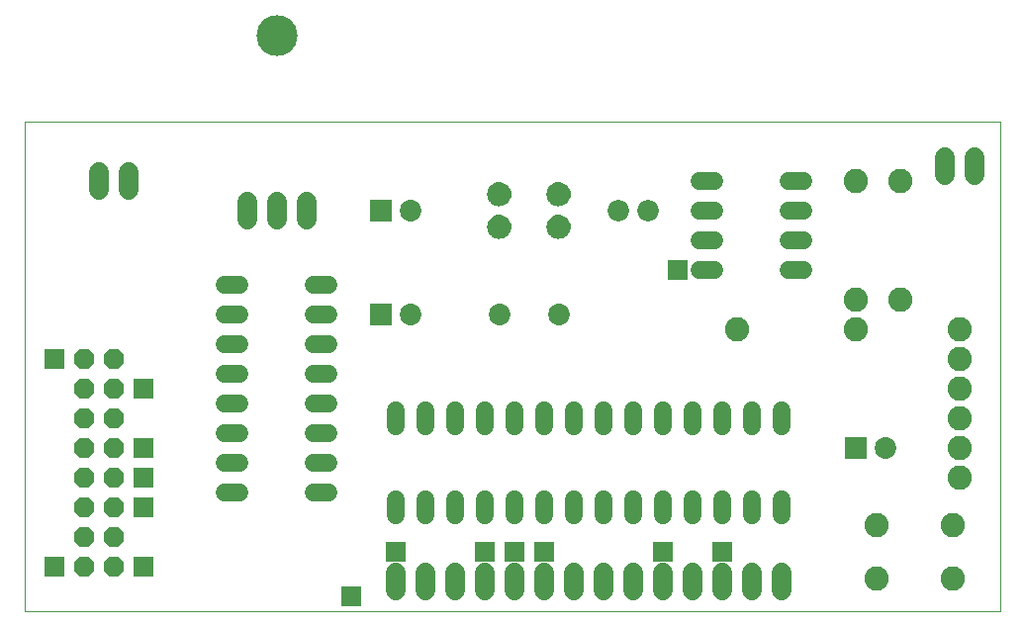
<source format=gbs>
G75*
%MOIN*%
%OFA0B0*%
%FSLAX24Y24*%
%IPPOS*%
%LPD*%
%AMOC8*
5,1,8,0,0,1.08239X$1,22.5*
%
%ADD10C,0.0000*%
%ADD11C,0.0600*%
%ADD12C,0.0730*%
%ADD13C,0.0728*%
%ADD14C,0.0721*%
%ADD15OC8,0.0680*%
%ADD16C,0.0680*%
%ADD17C,0.1380*%
%ADD18C,0.0050*%
%ADD19R,0.0730X0.0730*%
%ADD20C,0.0820*%
%ADD21R,0.0671X0.0671*%
D10*
X000100Y000267D02*
X000100Y016763D01*
X032970Y016763D01*
X032970Y000267D01*
X000100Y000267D01*
X007950Y019667D02*
X007952Y019717D01*
X007958Y019767D01*
X007968Y019817D01*
X007981Y019865D01*
X007998Y019913D01*
X008019Y019959D01*
X008043Y020003D01*
X008071Y020045D01*
X008102Y020085D01*
X008136Y020122D01*
X008173Y020157D01*
X008212Y020188D01*
X008253Y020217D01*
X008297Y020242D01*
X008343Y020264D01*
X008390Y020282D01*
X008438Y020296D01*
X008487Y020307D01*
X008537Y020314D01*
X008587Y020317D01*
X008638Y020316D01*
X008688Y020311D01*
X008738Y020302D01*
X008786Y020290D01*
X008834Y020273D01*
X008880Y020253D01*
X008925Y020230D01*
X008968Y020203D01*
X009008Y020173D01*
X009046Y020140D01*
X009081Y020104D01*
X009114Y020065D01*
X009143Y020024D01*
X009169Y019981D01*
X009192Y019936D01*
X009211Y019889D01*
X009226Y019841D01*
X009238Y019792D01*
X009246Y019742D01*
X009250Y019692D01*
X009250Y019642D01*
X009246Y019592D01*
X009238Y019542D01*
X009226Y019493D01*
X009211Y019445D01*
X009192Y019398D01*
X009169Y019353D01*
X009143Y019310D01*
X009114Y019269D01*
X009081Y019230D01*
X009046Y019194D01*
X009008Y019161D01*
X008968Y019131D01*
X008925Y019104D01*
X008880Y019081D01*
X008834Y019061D01*
X008786Y019044D01*
X008738Y019032D01*
X008688Y019023D01*
X008638Y019018D01*
X008587Y019017D01*
X008537Y019020D01*
X008487Y019027D01*
X008438Y019038D01*
X008390Y019052D01*
X008343Y019070D01*
X008297Y019092D01*
X008253Y019117D01*
X008212Y019146D01*
X008173Y019177D01*
X008136Y019212D01*
X008102Y019249D01*
X008071Y019289D01*
X008043Y019331D01*
X008019Y019375D01*
X007998Y019421D01*
X007981Y019469D01*
X007968Y019517D01*
X007958Y019567D01*
X007952Y019617D01*
X007950Y019667D01*
D11*
X007360Y011267D02*
X006840Y011267D01*
X006840Y010267D02*
X007360Y010267D01*
X007360Y009267D02*
X006840Y009267D01*
X006840Y008267D02*
X007360Y008267D01*
X007360Y007267D02*
X006840Y007267D01*
X006840Y006267D02*
X007360Y006267D01*
X007360Y005267D02*
X006840Y005267D01*
X006840Y004267D02*
X007360Y004267D01*
X009840Y004267D02*
X010360Y004267D01*
X010360Y005267D02*
X009840Y005267D01*
X009840Y006267D02*
X010360Y006267D01*
X010360Y007267D02*
X009840Y007267D01*
X009840Y008267D02*
X010360Y008267D01*
X010360Y009267D02*
X009840Y009267D01*
X009840Y010267D02*
X010360Y010267D01*
X010360Y011267D02*
X009840Y011267D01*
X012600Y007027D02*
X012600Y006507D01*
X013600Y006507D02*
X013600Y007027D01*
X014600Y007027D02*
X014600Y006507D01*
X015600Y006507D02*
X015600Y007027D01*
X016600Y007027D02*
X016600Y006507D01*
X017600Y006507D02*
X017600Y007027D01*
X018600Y007027D02*
X018600Y006507D01*
X019600Y006507D02*
X019600Y007027D01*
X020600Y007027D02*
X020600Y006507D01*
X021600Y006507D02*
X021600Y007027D01*
X022600Y007027D02*
X022600Y006507D01*
X023600Y006507D02*
X023600Y007027D01*
X024600Y007027D02*
X024600Y006507D01*
X025600Y006507D02*
X025600Y007027D01*
X025600Y004027D02*
X025600Y003507D01*
X024600Y003507D02*
X024600Y004027D01*
X023600Y004027D02*
X023600Y003507D01*
X022600Y003507D02*
X022600Y004027D01*
X021600Y004027D02*
X021600Y003507D01*
X020600Y003507D02*
X020600Y004027D01*
X019600Y004027D02*
X019600Y003507D01*
X018600Y003507D02*
X018600Y004027D01*
X017600Y004027D02*
X017600Y003507D01*
X016600Y003507D02*
X016600Y004027D01*
X015600Y004027D02*
X015600Y003507D01*
X014600Y003507D02*
X014600Y004027D01*
X013600Y004027D02*
X013600Y003507D01*
X012600Y003507D02*
X012600Y004027D01*
X022840Y011767D02*
X023360Y011767D01*
X023360Y012767D02*
X022840Y012767D01*
X022840Y013767D02*
X023360Y013767D01*
X023360Y014767D02*
X022840Y014767D01*
X025840Y014767D02*
X026360Y014767D01*
X026360Y013767D02*
X025840Y013767D01*
X025840Y012767D02*
X026360Y012767D01*
X026360Y011767D02*
X025840Y011767D01*
D12*
X018100Y010267D03*
X016100Y010267D03*
X013100Y010267D03*
X013100Y013767D03*
X029100Y005767D03*
D13*
X021100Y013767D03*
D14*
X020100Y013767D03*
D15*
X003100Y008767D03*
X002100Y008767D03*
X002100Y007767D03*
X003100Y007767D03*
X003100Y006767D03*
X002100Y006767D03*
X002100Y005767D03*
X003100Y005767D03*
X003100Y004767D03*
X002100Y004767D03*
X002100Y003767D03*
X003100Y003767D03*
X003100Y002767D03*
X002100Y002767D03*
X002100Y001767D03*
X003100Y001767D03*
D16*
X012600Y001567D02*
X012600Y000967D01*
X013600Y000967D02*
X013600Y001567D01*
X014600Y001567D02*
X014600Y000967D01*
X015600Y000967D02*
X015600Y001567D01*
X016600Y001567D02*
X016600Y000967D01*
X017600Y000967D02*
X017600Y001567D01*
X018600Y001567D02*
X018600Y000967D01*
X019600Y000967D02*
X019600Y001567D01*
X020600Y001567D02*
X020600Y000967D01*
X021600Y000967D02*
X021600Y001567D01*
X022600Y001567D02*
X022600Y000967D01*
X023600Y000967D02*
X023600Y001567D01*
X024600Y001567D02*
X024600Y000967D01*
X025600Y000967D02*
X025600Y001567D01*
X009600Y013467D02*
X009600Y014067D01*
X008600Y014067D02*
X008600Y013467D01*
X007600Y013467D02*
X007600Y014067D01*
X003600Y014467D02*
X003600Y015067D01*
X002600Y015067D02*
X002600Y014467D01*
X031100Y014967D02*
X031100Y015567D01*
X032100Y015567D02*
X032100Y014967D01*
D17*
X008600Y019667D03*
D18*
X015832Y014582D02*
X015888Y014629D01*
X015951Y014664D01*
X016021Y014687D01*
X016093Y014695D01*
X016159Y014690D01*
X016223Y014673D01*
X016283Y014646D01*
X016338Y014609D01*
X016385Y014563D01*
X016424Y014509D01*
X016453Y014449D01*
X016470Y014385D01*
X016477Y014320D01*
X016470Y014254D01*
X016452Y014190D01*
X016423Y014131D01*
X016385Y014077D01*
X016337Y014031D01*
X016282Y013994D01*
X016222Y013967D01*
X016158Y013950D01*
X016092Y013946D01*
X016020Y013954D01*
X015951Y013975D01*
X015888Y014010D01*
X015832Y014057D01*
X015787Y014113D01*
X015754Y014177D01*
X015733Y014247D01*
X015727Y014319D01*
X015733Y014391D01*
X015753Y014461D01*
X015787Y014526D01*
X016412Y014526D01*
X016439Y014477D02*
X015762Y014477D01*
X015744Y014429D02*
X016458Y014429D01*
X016471Y014380D02*
X015732Y014380D01*
X015728Y014332D02*
X016476Y014332D01*
X016473Y014283D02*
X015730Y014283D01*
X015737Y014235D02*
X016465Y014235D01*
X016450Y014186D02*
X015751Y014186D01*
X015774Y014138D02*
X016427Y014138D01*
X016394Y014089D02*
X015806Y014089D01*
X015851Y014041D02*
X016347Y014041D01*
X016279Y013992D02*
X015920Y013992D01*
X016021Y013585D02*
X016093Y013593D01*
X016159Y013588D01*
X016223Y013571D01*
X016283Y013544D01*
X016338Y013507D01*
X016385Y013461D01*
X016424Y013407D01*
X016453Y013347D01*
X016470Y013283D01*
X016477Y013218D01*
X016470Y013152D01*
X016452Y013088D01*
X016423Y013029D01*
X016385Y012975D01*
X016337Y012929D01*
X016282Y012892D01*
X016222Y012865D01*
X016158Y012848D01*
X016092Y012844D01*
X016020Y012851D01*
X015951Y012873D01*
X015888Y012908D01*
X015832Y012955D01*
X015787Y013011D01*
X015754Y013075D01*
X015733Y013145D01*
X015727Y013217D01*
X015733Y013289D01*
X015753Y013359D01*
X015787Y013424D01*
X015832Y013480D01*
X015888Y013527D01*
X015951Y013562D01*
X016021Y013585D01*
X015939Y013556D02*
X016257Y013556D01*
X016337Y013507D02*
X015864Y013507D01*
X015815Y013459D02*
X016387Y013459D01*
X016421Y013410D02*
X015780Y013410D01*
X015755Y013362D02*
X016446Y013362D01*
X016462Y013313D02*
X015740Y013313D01*
X015731Y013265D02*
X016472Y013265D01*
X016477Y013216D02*
X015727Y013216D01*
X015731Y013168D02*
X016472Y013168D01*
X016461Y013119D02*
X015741Y013119D01*
X015756Y013071D02*
X016444Y013071D01*
X016419Y013022D02*
X015781Y013022D01*
X015817Y012974D02*
X016383Y012974D01*
X016332Y012925D02*
X015867Y012925D01*
X015945Y012877D02*
X016249Y012877D01*
X017733Y013145D02*
X017754Y013075D01*
X017787Y013011D01*
X017832Y012955D01*
X017888Y012908D01*
X017951Y012873D01*
X018020Y012851D01*
X018092Y012844D01*
X018158Y012848D01*
X018222Y012865D01*
X018282Y012892D01*
X018337Y012929D01*
X018385Y012975D01*
X018423Y013029D01*
X018452Y013088D01*
X018470Y013152D01*
X018477Y013218D01*
X018470Y013283D01*
X018453Y013347D01*
X018424Y013407D01*
X018385Y013461D01*
X018338Y013507D01*
X018283Y013544D01*
X018223Y013571D01*
X018159Y013588D01*
X018093Y013593D01*
X018021Y013585D01*
X017951Y013562D01*
X017888Y013527D01*
X017832Y013480D01*
X017787Y013424D01*
X017753Y013359D01*
X017733Y013289D01*
X017727Y013217D01*
X017733Y013145D01*
X017731Y013168D02*
X018472Y013168D01*
X018477Y013216D02*
X017727Y013216D01*
X017731Y013265D02*
X018472Y013265D01*
X018462Y013313D02*
X017740Y013313D01*
X017755Y013362D02*
X018446Y013362D01*
X018421Y013410D02*
X017780Y013410D01*
X017815Y013459D02*
X018387Y013459D01*
X018337Y013507D02*
X017864Y013507D01*
X017939Y013556D02*
X018257Y013556D01*
X018158Y013950D02*
X018092Y013946D01*
X018020Y013954D01*
X017951Y013975D01*
X017888Y014010D01*
X017832Y014057D01*
X017787Y014113D01*
X017754Y014177D01*
X017733Y014247D01*
X017727Y014319D01*
X017733Y014391D01*
X017753Y014461D01*
X017787Y014526D01*
X018412Y014526D01*
X018424Y014509D02*
X018453Y014449D01*
X018470Y014385D01*
X018477Y014320D01*
X018470Y014254D01*
X018452Y014190D01*
X018423Y014131D01*
X018385Y014077D01*
X018337Y014031D01*
X018282Y013994D01*
X018222Y013967D01*
X018158Y013950D01*
X018279Y013992D02*
X017920Y013992D01*
X017851Y014041D02*
X018347Y014041D01*
X018394Y014089D02*
X017806Y014089D01*
X017774Y014138D02*
X018427Y014138D01*
X018450Y014186D02*
X017751Y014186D01*
X017737Y014235D02*
X018465Y014235D01*
X018473Y014283D02*
X017730Y014283D01*
X017728Y014332D02*
X018476Y014332D01*
X018471Y014380D02*
X017732Y014380D01*
X017744Y014429D02*
X018458Y014429D01*
X018439Y014477D02*
X017762Y014477D01*
X017787Y014526D02*
X017832Y014582D01*
X017888Y014629D01*
X017951Y014664D01*
X018021Y014687D01*
X018093Y014695D01*
X018159Y014690D01*
X018223Y014673D01*
X018283Y014646D01*
X018338Y014609D01*
X018385Y014563D01*
X018424Y014509D01*
X018373Y014574D02*
X017826Y014574D01*
X017880Y014623D02*
X018318Y014623D01*
X018228Y014671D02*
X017973Y014671D01*
X016373Y014574D02*
X015826Y014574D01*
X015832Y014582D02*
X015787Y014526D01*
X015880Y014623D02*
X016318Y014623D01*
X016228Y014671D02*
X015973Y014671D01*
X017741Y013119D02*
X018461Y013119D01*
X018444Y013071D02*
X017756Y013071D01*
X017781Y013022D02*
X018419Y013022D01*
X018383Y012974D02*
X017817Y012974D01*
X017867Y012925D02*
X018332Y012925D01*
X018249Y012877D02*
X017945Y012877D01*
D19*
X012100Y013767D03*
X012100Y010267D03*
X028100Y005767D03*
D20*
X031600Y005767D03*
X031600Y006767D03*
X031600Y007767D03*
X031600Y008767D03*
X031600Y009767D03*
X029600Y010767D03*
X028100Y010767D03*
X028100Y009767D03*
X024100Y009767D03*
X028100Y014767D03*
X029600Y014767D03*
X031600Y004767D03*
X031380Y003157D03*
X028820Y003157D03*
X028820Y001377D03*
X031380Y001377D03*
D21*
X023600Y002267D03*
X021600Y002267D03*
X017600Y002267D03*
X016600Y002267D03*
X015600Y002267D03*
X012600Y002267D03*
X011100Y000767D03*
X004100Y001767D03*
X004100Y003767D03*
X004100Y004767D03*
X004100Y005767D03*
X004100Y007767D03*
X001100Y008767D03*
X001100Y001767D03*
X022100Y011767D03*
M02*

</source>
